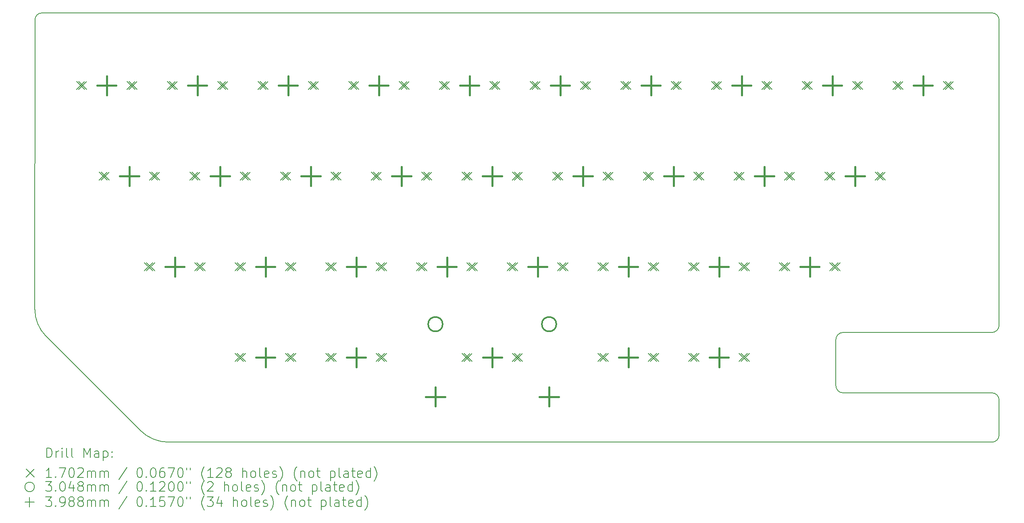
<source format=gbr>
%FSLAX45Y45*%
G04 Gerber Fmt 4.5, Leading zero omitted, Abs format (unit mm)*
G04 Created by KiCad (PCBNEW (6.0.0-rc1-306-g01eebd0b9d)) date 2022-03-14 13:09:21*
%MOMM*%
%LPD*%
G01*
G04 APERTURE LIST*
%TA.AperFunction,Profile*%
%ADD10C,0.200000*%
%TD*%
%ADD11C,0.200000*%
%ADD12C,0.170180*%
%ADD13C,0.304800*%
%ADD14C,0.398780*%
G04 APERTURE END LIST*
D10*
X23140999Y-12444563D02*
X23140999Y-11707845D01*
X3125261Y-10368305D02*
X5102333Y-12345574D01*
X22990999Y-11557845D02*
X19863930Y-11557845D01*
X5102333Y-12345574D02*
G75*
G03*
X5703403Y-12594563I601071J601011D01*
G01*
X2890975Y-9802594D02*
G75*
G03*
X3125261Y-10368305I800000J-55D01*
G01*
X23140999Y-11707845D02*
G75*
G03*
X22990999Y-11557845I-150000J0D01*
G01*
X22990999Y-12594563D02*
X5703403Y-12594563D01*
X22990999Y-12594563D02*
G75*
G03*
X23140999Y-12444563I0J150000D01*
G01*
X3041390Y-3574442D02*
X22990999Y-3574442D01*
X22990999Y-10289337D02*
G75*
G03*
X23140999Y-10139337I0J150000D01*
G01*
X19713930Y-11407845D02*
X19713930Y-10439337D01*
X19863930Y-10289337D02*
X22990999Y-10289337D01*
X19713930Y-11407845D02*
G75*
G03*
X19863930Y-11557845I150000J0D01*
G01*
X19863930Y-10289337D02*
G75*
G03*
X19713930Y-10439337I0J-150000D01*
G01*
X2890975Y-9802594D02*
X2891390Y-3724432D01*
X3041390Y-3574442D02*
G75*
G03*
X2891390Y-3724432I0J-150000D01*
G01*
X23140999Y-3724442D02*
G75*
G03*
X22990999Y-3574442I-150000J0D01*
G01*
X23140999Y-10139337D02*
X23140999Y-3724442D01*
D11*
D12*
X3765410Y-5013910D02*
X3935590Y-5184090D01*
X3935590Y-5013910D02*
X3765410Y-5184090D01*
X3807410Y-5013910D02*
X3977590Y-5184090D01*
X3977590Y-5013910D02*
X3807410Y-5184090D01*
X4241660Y-6918910D02*
X4411840Y-7089090D01*
X4411840Y-6918910D02*
X4241660Y-7089090D01*
X4283660Y-6918910D02*
X4453840Y-7089090D01*
X4453840Y-6918910D02*
X4283660Y-7089090D01*
X4823410Y-5013910D02*
X4993590Y-5184090D01*
X4993590Y-5013910D02*
X4823410Y-5184090D01*
X4865410Y-5013910D02*
X5035590Y-5184090D01*
X5035590Y-5013910D02*
X4865410Y-5184090D01*
X5194160Y-8823910D02*
X5364340Y-8994090D01*
X5364340Y-8823910D02*
X5194160Y-8994090D01*
X5236160Y-8823910D02*
X5406340Y-8994090D01*
X5406340Y-8823910D02*
X5236160Y-8994090D01*
X5299660Y-6918910D02*
X5469840Y-7089090D01*
X5469840Y-6918910D02*
X5299660Y-7089090D01*
X5341660Y-6918910D02*
X5511840Y-7089090D01*
X5511840Y-6918910D02*
X5341660Y-7089090D01*
X5670410Y-5013910D02*
X5840590Y-5184090D01*
X5840590Y-5013910D02*
X5670410Y-5184090D01*
X5712410Y-5013910D02*
X5882590Y-5184090D01*
X5882590Y-5013910D02*
X5712410Y-5184090D01*
X6146660Y-6918910D02*
X6316840Y-7089090D01*
X6316840Y-6918910D02*
X6146660Y-7089090D01*
X6188660Y-6918910D02*
X6358840Y-7089090D01*
X6358840Y-6918910D02*
X6188660Y-7089090D01*
X6252160Y-8823910D02*
X6422340Y-8994090D01*
X6422340Y-8823910D02*
X6252160Y-8994090D01*
X6294160Y-8823910D02*
X6464340Y-8994090D01*
X6464340Y-8823910D02*
X6294160Y-8994090D01*
X6728410Y-5013910D02*
X6898590Y-5184090D01*
X6898590Y-5013910D02*
X6728410Y-5184090D01*
X6770410Y-5013910D02*
X6940590Y-5184090D01*
X6940590Y-5013910D02*
X6770410Y-5184090D01*
X7099160Y-8823910D02*
X7269340Y-8994090D01*
X7269340Y-8823910D02*
X7099160Y-8994090D01*
X7099160Y-10728910D02*
X7269340Y-10899090D01*
X7269340Y-10728910D02*
X7099160Y-10899090D01*
X7141160Y-8823910D02*
X7311340Y-8994090D01*
X7311340Y-8823910D02*
X7141160Y-8994090D01*
X7141160Y-10728910D02*
X7311340Y-10899090D01*
X7311340Y-10728910D02*
X7141160Y-10899090D01*
X7204660Y-6918910D02*
X7374840Y-7089090D01*
X7374840Y-6918910D02*
X7204660Y-7089090D01*
X7246660Y-6918910D02*
X7416840Y-7089090D01*
X7416840Y-6918910D02*
X7246660Y-7089090D01*
X7575410Y-5013910D02*
X7745590Y-5184090D01*
X7745590Y-5013910D02*
X7575410Y-5184090D01*
X7617410Y-5013910D02*
X7787590Y-5184090D01*
X7787590Y-5013910D02*
X7617410Y-5184090D01*
X8051660Y-6918910D02*
X8221840Y-7089090D01*
X8221840Y-6918910D02*
X8051660Y-7089090D01*
X8093660Y-6918910D02*
X8263840Y-7089090D01*
X8263840Y-6918910D02*
X8093660Y-7089090D01*
X8157160Y-8823910D02*
X8327340Y-8994090D01*
X8327340Y-8823910D02*
X8157160Y-8994090D01*
X8157160Y-10728910D02*
X8327340Y-10899090D01*
X8327340Y-10728910D02*
X8157160Y-10899090D01*
X8199160Y-8823910D02*
X8369340Y-8994090D01*
X8369340Y-8823910D02*
X8199160Y-8994090D01*
X8199160Y-10728910D02*
X8369340Y-10899090D01*
X8369340Y-10728910D02*
X8199160Y-10899090D01*
X8633410Y-5013910D02*
X8803590Y-5184090D01*
X8803590Y-5013910D02*
X8633410Y-5184090D01*
X8675410Y-5013910D02*
X8845590Y-5184090D01*
X8845590Y-5013910D02*
X8675410Y-5184090D01*
X9004160Y-8823910D02*
X9174340Y-8994090D01*
X9174340Y-8823910D02*
X9004160Y-8994090D01*
X9004160Y-10728910D02*
X9174340Y-10899090D01*
X9174340Y-10728910D02*
X9004160Y-10899090D01*
X9046160Y-8823910D02*
X9216340Y-8994090D01*
X9216340Y-8823910D02*
X9046160Y-8994090D01*
X9046160Y-10728910D02*
X9216340Y-10899090D01*
X9216340Y-10728910D02*
X9046160Y-10899090D01*
X9109660Y-6918910D02*
X9279840Y-7089090D01*
X9279840Y-6918910D02*
X9109660Y-7089090D01*
X9151660Y-6918910D02*
X9321840Y-7089090D01*
X9321840Y-6918910D02*
X9151660Y-7089090D01*
X9480410Y-5013910D02*
X9650590Y-5184090D01*
X9650590Y-5013910D02*
X9480410Y-5184090D01*
X9522410Y-5013910D02*
X9692590Y-5184090D01*
X9692590Y-5013910D02*
X9522410Y-5184090D01*
X9956660Y-6918910D02*
X10126840Y-7089090D01*
X10126840Y-6918910D02*
X9956660Y-7089090D01*
X9998660Y-6918910D02*
X10168840Y-7089090D01*
X10168840Y-6918910D02*
X9998660Y-7089090D01*
X10062160Y-8823910D02*
X10232340Y-8994090D01*
X10232340Y-8823910D02*
X10062160Y-8994090D01*
X10062160Y-10728910D02*
X10232340Y-10899090D01*
X10232340Y-10728910D02*
X10062160Y-10899090D01*
X10104160Y-8823910D02*
X10274340Y-8994090D01*
X10274340Y-8823910D02*
X10104160Y-8994090D01*
X10104160Y-10728910D02*
X10274340Y-10899090D01*
X10274340Y-10728910D02*
X10104160Y-10899090D01*
X10538410Y-5013910D02*
X10708590Y-5184090D01*
X10708590Y-5013910D02*
X10538410Y-5184090D01*
X10580410Y-5013910D02*
X10750590Y-5184090D01*
X10750590Y-5013910D02*
X10580410Y-5184090D01*
X10909160Y-8823910D02*
X11079340Y-8994090D01*
X11079340Y-8823910D02*
X10909160Y-8994090D01*
X10951160Y-8823910D02*
X11121340Y-8994090D01*
X11121340Y-8823910D02*
X10951160Y-8994090D01*
X11014660Y-6918910D02*
X11184840Y-7089090D01*
X11184840Y-6918910D02*
X11014660Y-7089090D01*
X11056660Y-6918910D02*
X11226840Y-7089090D01*
X11226840Y-6918910D02*
X11056660Y-7089090D01*
X11385410Y-5013910D02*
X11555590Y-5184090D01*
X11555590Y-5013910D02*
X11385410Y-5184090D01*
X11427410Y-5013910D02*
X11597590Y-5184090D01*
X11597590Y-5013910D02*
X11427410Y-5184090D01*
X11861660Y-6918910D02*
X12031840Y-7089090D01*
X12031840Y-6918910D02*
X11861660Y-7089090D01*
X11862540Y-10728910D02*
X12032720Y-10899090D01*
X12032720Y-10728910D02*
X11862540Y-10899090D01*
X11903660Y-6918910D02*
X12073840Y-7089090D01*
X12073840Y-6918910D02*
X11903660Y-7089090D01*
X11904540Y-10728910D02*
X12074720Y-10899090D01*
X12074720Y-10728910D02*
X11904540Y-10899090D01*
X11967160Y-8823910D02*
X12137340Y-8994090D01*
X12137340Y-8823910D02*
X11967160Y-8994090D01*
X12009160Y-8823910D02*
X12179340Y-8994090D01*
X12179340Y-8823910D02*
X12009160Y-8994090D01*
X12443410Y-5013910D02*
X12613590Y-5184090D01*
X12613590Y-5013910D02*
X12443410Y-5184090D01*
X12485410Y-5013910D02*
X12655590Y-5184090D01*
X12655590Y-5013910D02*
X12485410Y-5184090D01*
X12814160Y-8823910D02*
X12984340Y-8994090D01*
X12984340Y-8823910D02*
X12814160Y-8994090D01*
X12856160Y-8823910D02*
X13026340Y-8994090D01*
X13026340Y-8823910D02*
X12856160Y-8994090D01*
X12919660Y-6918910D02*
X13089840Y-7089090D01*
X13089840Y-6918910D02*
X12919660Y-7089090D01*
X12920540Y-10728910D02*
X13090720Y-10899090D01*
X13090720Y-10728910D02*
X12920540Y-10899090D01*
X12961660Y-6918910D02*
X13131840Y-7089090D01*
X13131840Y-6918910D02*
X12961660Y-7089090D01*
X12962540Y-10728910D02*
X13132720Y-10899090D01*
X13132720Y-10728910D02*
X12962540Y-10899090D01*
X13290410Y-5013910D02*
X13460590Y-5184090D01*
X13460590Y-5013910D02*
X13290410Y-5184090D01*
X13332410Y-5013910D02*
X13502590Y-5184090D01*
X13502590Y-5013910D02*
X13332410Y-5184090D01*
X13766660Y-6918910D02*
X13936840Y-7089090D01*
X13936840Y-6918910D02*
X13766660Y-7089090D01*
X13808660Y-6918910D02*
X13978840Y-7089090D01*
X13978840Y-6918910D02*
X13808660Y-7089090D01*
X13872160Y-8823910D02*
X14042340Y-8994090D01*
X14042340Y-8823910D02*
X13872160Y-8994090D01*
X13914160Y-8823910D02*
X14084340Y-8994090D01*
X14084340Y-8823910D02*
X13914160Y-8994090D01*
X14348410Y-5013910D02*
X14518590Y-5184090D01*
X14518590Y-5013910D02*
X14348410Y-5184090D01*
X14390410Y-5013910D02*
X14560590Y-5184090D01*
X14560590Y-5013910D02*
X14390410Y-5184090D01*
X14719160Y-8823910D02*
X14889340Y-8994090D01*
X14889340Y-8823910D02*
X14719160Y-8994090D01*
X14719160Y-10728910D02*
X14889340Y-10899090D01*
X14889340Y-10728910D02*
X14719160Y-10899090D01*
X14761160Y-8823910D02*
X14931340Y-8994090D01*
X14931340Y-8823910D02*
X14761160Y-8994090D01*
X14761160Y-10728910D02*
X14931340Y-10899090D01*
X14931340Y-10728910D02*
X14761160Y-10899090D01*
X14824660Y-6918910D02*
X14994840Y-7089090D01*
X14994840Y-6918910D02*
X14824660Y-7089090D01*
X14866660Y-6918910D02*
X15036840Y-7089090D01*
X15036840Y-6918910D02*
X14866660Y-7089090D01*
X15195410Y-5013910D02*
X15365590Y-5184090D01*
X15365590Y-5013910D02*
X15195410Y-5184090D01*
X15237410Y-5013910D02*
X15407590Y-5184090D01*
X15407590Y-5013910D02*
X15237410Y-5184090D01*
X15671660Y-6918910D02*
X15841840Y-7089090D01*
X15841840Y-6918910D02*
X15671660Y-7089090D01*
X15713660Y-6918910D02*
X15883840Y-7089090D01*
X15883840Y-6918910D02*
X15713660Y-7089090D01*
X15777160Y-8823910D02*
X15947340Y-8994090D01*
X15947340Y-8823910D02*
X15777160Y-8994090D01*
X15777160Y-10728910D02*
X15947340Y-10899090D01*
X15947340Y-10728910D02*
X15777160Y-10899090D01*
X15819160Y-8823910D02*
X15989340Y-8994090D01*
X15989340Y-8823910D02*
X15819160Y-8994090D01*
X15819160Y-10728910D02*
X15989340Y-10899090D01*
X15989340Y-10728910D02*
X15819160Y-10899090D01*
X16253410Y-5013910D02*
X16423590Y-5184090D01*
X16423590Y-5013910D02*
X16253410Y-5184090D01*
X16295410Y-5013910D02*
X16465590Y-5184090D01*
X16465590Y-5013910D02*
X16295410Y-5184090D01*
X16624160Y-8823910D02*
X16794340Y-8994090D01*
X16794340Y-8823910D02*
X16624160Y-8994090D01*
X16624160Y-10728910D02*
X16794340Y-10899090D01*
X16794340Y-10728910D02*
X16624160Y-10899090D01*
X16666160Y-8823910D02*
X16836340Y-8994090D01*
X16836340Y-8823910D02*
X16666160Y-8994090D01*
X16666160Y-10728910D02*
X16836340Y-10899090D01*
X16836340Y-10728910D02*
X16666160Y-10899090D01*
X16729660Y-6918910D02*
X16899840Y-7089090D01*
X16899840Y-6918910D02*
X16729660Y-7089090D01*
X16771660Y-6918910D02*
X16941840Y-7089090D01*
X16941840Y-6918910D02*
X16771660Y-7089090D01*
X17100410Y-5013910D02*
X17270590Y-5184090D01*
X17270590Y-5013910D02*
X17100410Y-5184090D01*
X17142410Y-5013910D02*
X17312590Y-5184090D01*
X17312590Y-5013910D02*
X17142410Y-5184090D01*
X17576660Y-6918910D02*
X17746840Y-7089090D01*
X17746840Y-6918910D02*
X17576660Y-7089090D01*
X17618660Y-6918910D02*
X17788840Y-7089090D01*
X17788840Y-6918910D02*
X17618660Y-7089090D01*
X17682160Y-8823910D02*
X17852340Y-8994090D01*
X17852340Y-8823910D02*
X17682160Y-8994090D01*
X17682160Y-10728910D02*
X17852340Y-10899090D01*
X17852340Y-10728910D02*
X17682160Y-10899090D01*
X17724160Y-8823910D02*
X17894340Y-8994090D01*
X17894340Y-8823910D02*
X17724160Y-8994090D01*
X17724160Y-10728910D02*
X17894340Y-10899090D01*
X17894340Y-10728910D02*
X17724160Y-10899090D01*
X18158410Y-5013910D02*
X18328590Y-5184090D01*
X18328590Y-5013910D02*
X18158410Y-5184090D01*
X18200410Y-5013910D02*
X18370590Y-5184090D01*
X18370590Y-5013910D02*
X18200410Y-5184090D01*
X18529160Y-8823910D02*
X18699340Y-8994090D01*
X18699340Y-8823910D02*
X18529160Y-8994090D01*
X18571160Y-8823910D02*
X18741340Y-8994090D01*
X18741340Y-8823910D02*
X18571160Y-8994090D01*
X18634660Y-6918910D02*
X18804840Y-7089090D01*
X18804840Y-6918910D02*
X18634660Y-7089090D01*
X18676660Y-6918910D02*
X18846840Y-7089090D01*
X18846840Y-6918910D02*
X18676660Y-7089090D01*
X19005410Y-5013910D02*
X19175590Y-5184090D01*
X19175590Y-5013910D02*
X19005410Y-5184090D01*
X19047410Y-5013910D02*
X19217590Y-5184090D01*
X19217590Y-5013910D02*
X19047410Y-5184090D01*
X19481660Y-6918910D02*
X19651840Y-7089090D01*
X19651840Y-6918910D02*
X19481660Y-7089090D01*
X19523660Y-6918910D02*
X19693840Y-7089090D01*
X19693840Y-6918910D02*
X19523660Y-7089090D01*
X19587160Y-8823910D02*
X19757340Y-8994090D01*
X19757340Y-8823910D02*
X19587160Y-8994090D01*
X19629160Y-8823910D02*
X19799340Y-8994090D01*
X19799340Y-8823910D02*
X19629160Y-8994090D01*
X20063410Y-5013910D02*
X20233590Y-5184090D01*
X20233590Y-5013910D02*
X20063410Y-5184090D01*
X20105410Y-5013910D02*
X20275590Y-5184090D01*
X20275590Y-5013910D02*
X20105410Y-5184090D01*
X20539660Y-6918910D02*
X20709840Y-7089090D01*
X20709840Y-6918910D02*
X20539660Y-7089090D01*
X20581660Y-6918910D02*
X20751840Y-7089090D01*
X20751840Y-6918910D02*
X20581660Y-7089090D01*
X20910410Y-5013910D02*
X21080590Y-5184090D01*
X21080590Y-5013910D02*
X20910410Y-5184090D01*
X20952410Y-5013910D02*
X21122590Y-5184090D01*
X21122590Y-5013910D02*
X20952410Y-5184090D01*
X21968410Y-5013910D02*
X22138590Y-5184090D01*
X22138590Y-5013910D02*
X21968410Y-5184090D01*
X22010410Y-5013910D02*
X22180590Y-5184090D01*
X22180590Y-5013910D02*
X22010410Y-5184090D01*
D13*
X11455350Y-10115500D02*
G75*
G03*
X11455350Y-10115500I-152400J0D01*
G01*
X13842950Y-10115500D02*
G75*
G03*
X13842950Y-10115500I-152400J0D01*
G01*
D14*
X4400500Y-4899610D02*
X4400500Y-5298390D01*
X4201110Y-5099000D02*
X4599890Y-5099000D01*
X4876750Y-6804610D02*
X4876750Y-7203390D01*
X4677360Y-7004000D02*
X5076140Y-7004000D01*
X5829250Y-8709610D02*
X5829250Y-9108390D01*
X5629860Y-8909000D02*
X6028640Y-8909000D01*
X6305500Y-4899610D02*
X6305500Y-5298390D01*
X6106110Y-5099000D02*
X6504890Y-5099000D01*
X6781750Y-6804610D02*
X6781750Y-7203390D01*
X6582360Y-7004000D02*
X6981140Y-7004000D01*
X7734250Y-8709610D02*
X7734250Y-9108390D01*
X7534860Y-8909000D02*
X7933640Y-8909000D01*
X7734250Y-10614610D02*
X7734250Y-11013390D01*
X7534860Y-10814000D02*
X7933640Y-10814000D01*
X8210500Y-4899610D02*
X8210500Y-5298390D01*
X8011110Y-5099000D02*
X8409890Y-5099000D01*
X8686750Y-6804610D02*
X8686750Y-7203390D01*
X8487360Y-7004000D02*
X8886140Y-7004000D01*
X9639250Y-8709610D02*
X9639250Y-9108390D01*
X9439860Y-8909000D02*
X9838640Y-8909000D01*
X9639250Y-10614610D02*
X9639250Y-11013390D01*
X9439860Y-10814000D02*
X9838640Y-10814000D01*
X10115500Y-4899610D02*
X10115500Y-5298390D01*
X9916110Y-5099000D02*
X10314890Y-5099000D01*
X10591750Y-6804610D02*
X10591750Y-7203390D01*
X10392360Y-7004000D02*
X10791140Y-7004000D01*
X11302950Y-11440110D02*
X11302950Y-11838890D01*
X11103560Y-11639500D02*
X11502340Y-11639500D01*
X11544250Y-8709610D02*
X11544250Y-9108390D01*
X11344860Y-8909000D02*
X11743640Y-8909000D01*
X12020500Y-4899610D02*
X12020500Y-5298390D01*
X11821110Y-5099000D02*
X12219890Y-5099000D01*
X12496750Y-6804610D02*
X12496750Y-7203390D01*
X12297360Y-7004000D02*
X12696140Y-7004000D01*
X12497630Y-10614610D02*
X12497630Y-11013390D01*
X12298240Y-10814000D02*
X12697020Y-10814000D01*
X13449250Y-8709610D02*
X13449250Y-9108390D01*
X13249860Y-8909000D02*
X13648640Y-8909000D01*
X13690550Y-11440110D02*
X13690550Y-11838890D01*
X13491160Y-11639500D02*
X13889940Y-11639500D01*
X13925500Y-4899610D02*
X13925500Y-5298390D01*
X13726110Y-5099000D02*
X14124890Y-5099000D01*
X14401750Y-6804610D02*
X14401750Y-7203390D01*
X14202360Y-7004000D02*
X14601140Y-7004000D01*
X15354250Y-8709610D02*
X15354250Y-9108390D01*
X15154860Y-8909000D02*
X15553640Y-8909000D01*
X15354250Y-10614610D02*
X15354250Y-11013390D01*
X15154860Y-10814000D02*
X15553640Y-10814000D01*
X15830500Y-4899610D02*
X15830500Y-5298390D01*
X15631110Y-5099000D02*
X16029890Y-5099000D01*
X16306750Y-6804610D02*
X16306750Y-7203390D01*
X16107360Y-7004000D02*
X16506140Y-7004000D01*
X17259250Y-8709610D02*
X17259250Y-9108390D01*
X17059860Y-8909000D02*
X17458640Y-8909000D01*
X17259250Y-10614610D02*
X17259250Y-11013390D01*
X17059860Y-10814000D02*
X17458640Y-10814000D01*
X17735500Y-4899610D02*
X17735500Y-5298390D01*
X17536110Y-5099000D02*
X17934890Y-5099000D01*
X18211750Y-6804610D02*
X18211750Y-7203390D01*
X18012360Y-7004000D02*
X18411140Y-7004000D01*
X19164250Y-8709610D02*
X19164250Y-9108390D01*
X18964860Y-8909000D02*
X19363640Y-8909000D01*
X19640500Y-4899610D02*
X19640500Y-5298390D01*
X19441110Y-5099000D02*
X19839890Y-5099000D01*
X20116750Y-6804610D02*
X20116750Y-7203390D01*
X19917360Y-7004000D02*
X20316140Y-7004000D01*
X21545500Y-4899610D02*
X21545500Y-5298390D01*
X21346110Y-5099000D02*
X21744890Y-5099000D01*
D11*
X3138594Y-12915039D02*
X3138594Y-12715039D01*
X3186213Y-12715039D01*
X3214784Y-12724563D01*
X3233832Y-12743610D01*
X3243356Y-12762658D01*
X3252880Y-12800753D01*
X3252880Y-12829325D01*
X3243356Y-12867420D01*
X3233832Y-12886467D01*
X3214784Y-12905515D01*
X3186213Y-12915039D01*
X3138594Y-12915039D01*
X3338594Y-12915039D02*
X3338594Y-12781706D01*
X3338594Y-12819801D02*
X3348118Y-12800753D01*
X3357641Y-12791229D01*
X3376689Y-12781706D01*
X3395737Y-12781706D01*
X3462403Y-12915039D02*
X3462403Y-12781706D01*
X3462403Y-12715039D02*
X3452880Y-12724563D01*
X3462403Y-12734087D01*
X3471927Y-12724563D01*
X3462403Y-12715039D01*
X3462403Y-12734087D01*
X3586213Y-12915039D02*
X3567165Y-12905515D01*
X3557641Y-12886467D01*
X3557641Y-12715039D01*
X3690975Y-12915039D02*
X3671927Y-12905515D01*
X3662403Y-12886467D01*
X3662403Y-12715039D01*
X3919546Y-12915039D02*
X3919546Y-12715039D01*
X3986213Y-12857896D01*
X4052880Y-12715039D01*
X4052880Y-12915039D01*
X4233832Y-12915039D02*
X4233832Y-12810277D01*
X4224308Y-12791229D01*
X4205261Y-12781706D01*
X4167165Y-12781706D01*
X4148118Y-12791229D01*
X4233832Y-12905515D02*
X4214784Y-12915039D01*
X4167165Y-12915039D01*
X4148118Y-12905515D01*
X4138594Y-12886467D01*
X4138594Y-12867420D01*
X4148118Y-12848372D01*
X4167165Y-12838848D01*
X4214784Y-12838848D01*
X4233832Y-12829325D01*
X4329070Y-12781706D02*
X4329070Y-12981706D01*
X4329070Y-12791229D02*
X4348118Y-12781706D01*
X4386213Y-12781706D01*
X4405261Y-12791229D01*
X4414784Y-12800753D01*
X4424308Y-12819801D01*
X4424308Y-12876944D01*
X4414784Y-12895991D01*
X4405261Y-12905515D01*
X4386213Y-12915039D01*
X4348118Y-12915039D01*
X4329070Y-12905515D01*
X4510023Y-12895991D02*
X4519546Y-12905515D01*
X4510023Y-12915039D01*
X4500499Y-12905515D01*
X4510023Y-12895991D01*
X4510023Y-12915039D01*
X4510023Y-12791229D02*
X4519546Y-12800753D01*
X4510023Y-12810277D01*
X4500499Y-12800753D01*
X4510023Y-12791229D01*
X4510023Y-12810277D01*
D12*
X2710795Y-13159473D02*
X2880975Y-13329653D01*
X2880975Y-13159473D02*
X2710795Y-13329653D01*
D11*
X3243356Y-13335039D02*
X3129070Y-13335039D01*
X3186213Y-13335039D02*
X3186213Y-13135039D01*
X3167165Y-13163610D01*
X3148118Y-13182658D01*
X3129070Y-13192182D01*
X3329070Y-13315991D02*
X3338594Y-13325515D01*
X3329070Y-13335039D01*
X3319546Y-13325515D01*
X3329070Y-13315991D01*
X3329070Y-13335039D01*
X3405261Y-13135039D02*
X3538594Y-13135039D01*
X3452880Y-13335039D01*
X3652880Y-13135039D02*
X3671927Y-13135039D01*
X3690975Y-13144563D01*
X3700499Y-13154087D01*
X3710022Y-13173134D01*
X3719546Y-13211229D01*
X3719546Y-13258848D01*
X3710022Y-13296944D01*
X3700499Y-13315991D01*
X3690975Y-13325515D01*
X3671927Y-13335039D01*
X3652880Y-13335039D01*
X3633832Y-13325515D01*
X3624308Y-13315991D01*
X3614784Y-13296944D01*
X3605261Y-13258848D01*
X3605261Y-13211229D01*
X3614784Y-13173134D01*
X3624308Y-13154087D01*
X3633832Y-13144563D01*
X3652880Y-13135039D01*
X3795737Y-13154087D02*
X3805261Y-13144563D01*
X3824308Y-13135039D01*
X3871927Y-13135039D01*
X3890975Y-13144563D01*
X3900499Y-13154087D01*
X3910022Y-13173134D01*
X3910022Y-13192182D01*
X3900499Y-13220753D01*
X3786213Y-13335039D01*
X3910022Y-13335039D01*
X3995737Y-13335039D02*
X3995737Y-13201706D01*
X3995737Y-13220753D02*
X4005261Y-13211229D01*
X4024308Y-13201706D01*
X4052880Y-13201706D01*
X4071927Y-13211229D01*
X4081451Y-13230277D01*
X4081451Y-13335039D01*
X4081451Y-13230277D02*
X4090975Y-13211229D01*
X4110022Y-13201706D01*
X4138594Y-13201706D01*
X4157641Y-13211229D01*
X4167165Y-13230277D01*
X4167165Y-13335039D01*
X4262403Y-13335039D02*
X4262403Y-13201706D01*
X4262403Y-13220753D02*
X4271927Y-13211229D01*
X4290975Y-13201706D01*
X4319546Y-13201706D01*
X4338594Y-13211229D01*
X4348118Y-13230277D01*
X4348118Y-13335039D01*
X4348118Y-13230277D02*
X4357642Y-13211229D01*
X4376689Y-13201706D01*
X4405261Y-13201706D01*
X4424308Y-13211229D01*
X4433832Y-13230277D01*
X4433832Y-13335039D01*
X4824308Y-13125515D02*
X4652880Y-13382658D01*
X5081451Y-13135039D02*
X5100499Y-13135039D01*
X5119546Y-13144563D01*
X5129070Y-13154087D01*
X5138594Y-13173134D01*
X5148118Y-13211229D01*
X5148118Y-13258848D01*
X5138594Y-13296944D01*
X5129070Y-13315991D01*
X5119546Y-13325515D01*
X5100499Y-13335039D01*
X5081451Y-13335039D01*
X5062403Y-13325515D01*
X5052880Y-13315991D01*
X5043356Y-13296944D01*
X5033832Y-13258848D01*
X5033832Y-13211229D01*
X5043356Y-13173134D01*
X5052880Y-13154087D01*
X5062403Y-13144563D01*
X5081451Y-13135039D01*
X5233832Y-13315991D02*
X5243356Y-13325515D01*
X5233832Y-13335039D01*
X5224308Y-13325515D01*
X5233832Y-13315991D01*
X5233832Y-13335039D01*
X5367165Y-13135039D02*
X5386213Y-13135039D01*
X5405261Y-13144563D01*
X5414784Y-13154087D01*
X5424308Y-13173134D01*
X5433832Y-13211229D01*
X5433832Y-13258848D01*
X5424308Y-13296944D01*
X5414784Y-13315991D01*
X5405261Y-13325515D01*
X5386213Y-13335039D01*
X5367165Y-13335039D01*
X5348118Y-13325515D01*
X5338594Y-13315991D01*
X5329070Y-13296944D01*
X5319546Y-13258848D01*
X5319546Y-13211229D01*
X5329070Y-13173134D01*
X5338594Y-13154087D01*
X5348118Y-13144563D01*
X5367165Y-13135039D01*
X5605261Y-13135039D02*
X5567165Y-13135039D01*
X5548118Y-13144563D01*
X5538594Y-13154087D01*
X5519546Y-13182658D01*
X5510023Y-13220753D01*
X5510023Y-13296944D01*
X5519546Y-13315991D01*
X5529070Y-13325515D01*
X5548118Y-13335039D01*
X5586213Y-13335039D01*
X5605261Y-13325515D01*
X5614784Y-13315991D01*
X5624308Y-13296944D01*
X5624308Y-13249325D01*
X5614784Y-13230277D01*
X5605261Y-13220753D01*
X5586213Y-13211229D01*
X5548118Y-13211229D01*
X5529070Y-13220753D01*
X5519546Y-13230277D01*
X5510023Y-13249325D01*
X5690975Y-13135039D02*
X5824308Y-13135039D01*
X5738594Y-13335039D01*
X5938594Y-13135039D02*
X5957641Y-13135039D01*
X5976689Y-13144563D01*
X5986213Y-13154087D01*
X5995737Y-13173134D01*
X6005261Y-13211229D01*
X6005261Y-13258848D01*
X5995737Y-13296944D01*
X5986213Y-13315991D01*
X5976689Y-13325515D01*
X5957641Y-13335039D01*
X5938594Y-13335039D01*
X5919546Y-13325515D01*
X5910022Y-13315991D01*
X5900499Y-13296944D01*
X5890975Y-13258848D01*
X5890975Y-13211229D01*
X5900499Y-13173134D01*
X5910022Y-13154087D01*
X5919546Y-13144563D01*
X5938594Y-13135039D01*
X6081451Y-13135039D02*
X6081451Y-13173134D01*
X6157641Y-13135039D02*
X6157641Y-13173134D01*
X6452880Y-13411229D02*
X6443356Y-13401706D01*
X6424308Y-13373134D01*
X6414784Y-13354087D01*
X6405261Y-13325515D01*
X6395737Y-13277896D01*
X6395737Y-13239801D01*
X6405261Y-13192182D01*
X6414784Y-13163610D01*
X6424308Y-13144563D01*
X6443356Y-13115991D01*
X6452880Y-13106467D01*
X6633832Y-13335039D02*
X6519546Y-13335039D01*
X6576689Y-13335039D02*
X6576689Y-13135039D01*
X6557641Y-13163610D01*
X6538594Y-13182658D01*
X6519546Y-13192182D01*
X6710022Y-13154087D02*
X6719546Y-13144563D01*
X6738594Y-13135039D01*
X6786213Y-13135039D01*
X6805261Y-13144563D01*
X6814784Y-13154087D01*
X6824308Y-13173134D01*
X6824308Y-13192182D01*
X6814784Y-13220753D01*
X6700499Y-13335039D01*
X6824308Y-13335039D01*
X6938594Y-13220753D02*
X6919546Y-13211229D01*
X6910022Y-13201706D01*
X6900499Y-13182658D01*
X6900499Y-13173134D01*
X6910022Y-13154087D01*
X6919546Y-13144563D01*
X6938594Y-13135039D01*
X6976689Y-13135039D01*
X6995737Y-13144563D01*
X7005261Y-13154087D01*
X7014784Y-13173134D01*
X7014784Y-13182658D01*
X7005261Y-13201706D01*
X6995737Y-13211229D01*
X6976689Y-13220753D01*
X6938594Y-13220753D01*
X6919546Y-13230277D01*
X6910022Y-13239801D01*
X6900499Y-13258848D01*
X6900499Y-13296944D01*
X6910022Y-13315991D01*
X6919546Y-13325515D01*
X6938594Y-13335039D01*
X6976689Y-13335039D01*
X6995737Y-13325515D01*
X7005261Y-13315991D01*
X7014784Y-13296944D01*
X7014784Y-13258848D01*
X7005261Y-13239801D01*
X6995737Y-13230277D01*
X6976689Y-13220753D01*
X7252880Y-13335039D02*
X7252880Y-13135039D01*
X7338594Y-13335039D02*
X7338594Y-13230277D01*
X7329070Y-13211229D01*
X7310022Y-13201706D01*
X7281451Y-13201706D01*
X7262403Y-13211229D01*
X7252880Y-13220753D01*
X7462403Y-13335039D02*
X7443356Y-13325515D01*
X7433832Y-13315991D01*
X7424308Y-13296944D01*
X7424308Y-13239801D01*
X7433832Y-13220753D01*
X7443356Y-13211229D01*
X7462403Y-13201706D01*
X7490975Y-13201706D01*
X7510022Y-13211229D01*
X7519546Y-13220753D01*
X7529070Y-13239801D01*
X7529070Y-13296944D01*
X7519546Y-13315991D01*
X7510022Y-13325515D01*
X7490975Y-13335039D01*
X7462403Y-13335039D01*
X7643356Y-13335039D02*
X7624308Y-13325515D01*
X7614784Y-13306467D01*
X7614784Y-13135039D01*
X7795737Y-13325515D02*
X7776689Y-13335039D01*
X7738594Y-13335039D01*
X7719546Y-13325515D01*
X7710022Y-13306467D01*
X7710022Y-13230277D01*
X7719546Y-13211229D01*
X7738594Y-13201706D01*
X7776689Y-13201706D01*
X7795737Y-13211229D01*
X7805261Y-13230277D01*
X7805261Y-13249325D01*
X7710022Y-13268372D01*
X7881451Y-13325515D02*
X7900499Y-13335039D01*
X7938594Y-13335039D01*
X7957641Y-13325515D01*
X7967165Y-13306467D01*
X7967165Y-13296944D01*
X7957641Y-13277896D01*
X7938594Y-13268372D01*
X7910022Y-13268372D01*
X7890975Y-13258848D01*
X7881451Y-13239801D01*
X7881451Y-13230277D01*
X7890975Y-13211229D01*
X7910022Y-13201706D01*
X7938594Y-13201706D01*
X7957641Y-13211229D01*
X8033832Y-13411229D02*
X8043356Y-13401706D01*
X8062403Y-13373134D01*
X8071927Y-13354087D01*
X8081451Y-13325515D01*
X8090975Y-13277896D01*
X8090975Y-13239801D01*
X8081451Y-13192182D01*
X8071927Y-13163610D01*
X8062403Y-13144563D01*
X8043356Y-13115991D01*
X8033832Y-13106467D01*
X8395737Y-13411229D02*
X8386213Y-13401706D01*
X8367165Y-13373134D01*
X8357641Y-13354087D01*
X8348118Y-13325515D01*
X8338594Y-13277896D01*
X8338594Y-13239801D01*
X8348118Y-13192182D01*
X8357641Y-13163610D01*
X8367165Y-13144563D01*
X8386213Y-13115991D01*
X8395737Y-13106467D01*
X8471927Y-13201706D02*
X8471927Y-13335039D01*
X8471927Y-13220753D02*
X8481451Y-13211229D01*
X8500499Y-13201706D01*
X8529070Y-13201706D01*
X8548118Y-13211229D01*
X8557642Y-13230277D01*
X8557642Y-13335039D01*
X8681451Y-13335039D02*
X8662403Y-13325515D01*
X8652880Y-13315991D01*
X8643356Y-13296944D01*
X8643356Y-13239801D01*
X8652880Y-13220753D01*
X8662403Y-13211229D01*
X8681451Y-13201706D01*
X8710023Y-13201706D01*
X8729070Y-13211229D01*
X8738594Y-13220753D01*
X8748118Y-13239801D01*
X8748118Y-13296944D01*
X8738594Y-13315991D01*
X8729070Y-13325515D01*
X8710023Y-13335039D01*
X8681451Y-13335039D01*
X8805261Y-13201706D02*
X8881451Y-13201706D01*
X8833832Y-13135039D02*
X8833832Y-13306467D01*
X8843356Y-13325515D01*
X8862403Y-13335039D01*
X8881451Y-13335039D01*
X9100499Y-13201706D02*
X9100499Y-13401706D01*
X9100499Y-13211229D02*
X9119546Y-13201706D01*
X9157642Y-13201706D01*
X9176689Y-13211229D01*
X9186213Y-13220753D01*
X9195737Y-13239801D01*
X9195737Y-13296944D01*
X9186213Y-13315991D01*
X9176689Y-13325515D01*
X9157642Y-13335039D01*
X9119546Y-13335039D01*
X9100499Y-13325515D01*
X9310023Y-13335039D02*
X9290975Y-13325515D01*
X9281451Y-13306467D01*
X9281451Y-13135039D01*
X9471927Y-13335039D02*
X9471927Y-13230277D01*
X9462403Y-13211229D01*
X9443356Y-13201706D01*
X9405261Y-13201706D01*
X9386213Y-13211229D01*
X9471927Y-13325515D02*
X9452880Y-13335039D01*
X9405261Y-13335039D01*
X9386213Y-13325515D01*
X9376689Y-13306467D01*
X9376689Y-13287420D01*
X9386213Y-13268372D01*
X9405261Y-13258848D01*
X9452880Y-13258848D01*
X9471927Y-13249325D01*
X9538594Y-13201706D02*
X9614784Y-13201706D01*
X9567165Y-13135039D02*
X9567165Y-13306467D01*
X9576689Y-13325515D01*
X9595737Y-13335039D01*
X9614784Y-13335039D01*
X9757642Y-13325515D02*
X9738594Y-13335039D01*
X9700499Y-13335039D01*
X9681451Y-13325515D01*
X9671927Y-13306467D01*
X9671927Y-13230277D01*
X9681451Y-13211229D01*
X9700499Y-13201706D01*
X9738594Y-13201706D01*
X9757642Y-13211229D01*
X9767165Y-13230277D01*
X9767165Y-13249325D01*
X9671927Y-13268372D01*
X9938594Y-13335039D02*
X9938594Y-13135039D01*
X9938594Y-13325515D02*
X9919546Y-13335039D01*
X9881451Y-13335039D01*
X9862403Y-13325515D01*
X9852880Y-13315991D01*
X9843356Y-13296944D01*
X9843356Y-13239801D01*
X9852880Y-13220753D01*
X9862403Y-13211229D01*
X9881451Y-13201706D01*
X9919546Y-13201706D01*
X9938594Y-13211229D01*
X10014784Y-13411229D02*
X10024308Y-13401706D01*
X10043356Y-13373134D01*
X10052880Y-13354087D01*
X10062403Y-13325515D01*
X10071927Y-13277896D01*
X10071927Y-13239801D01*
X10062403Y-13192182D01*
X10052880Y-13163610D01*
X10043356Y-13144563D01*
X10024308Y-13115991D01*
X10014784Y-13106467D01*
X2880975Y-13534743D02*
G75*
G03*
X2880975Y-13534743I-100000J0D01*
G01*
X3119546Y-13425219D02*
X3243356Y-13425219D01*
X3176689Y-13501409D01*
X3205261Y-13501409D01*
X3224308Y-13510933D01*
X3233832Y-13520457D01*
X3243356Y-13539505D01*
X3243356Y-13587124D01*
X3233832Y-13606171D01*
X3224308Y-13615695D01*
X3205261Y-13625219D01*
X3148118Y-13625219D01*
X3129070Y-13615695D01*
X3119546Y-13606171D01*
X3329070Y-13606171D02*
X3338594Y-13615695D01*
X3329070Y-13625219D01*
X3319546Y-13615695D01*
X3329070Y-13606171D01*
X3329070Y-13625219D01*
X3462403Y-13425219D02*
X3481451Y-13425219D01*
X3500499Y-13434743D01*
X3510022Y-13444267D01*
X3519546Y-13463314D01*
X3529070Y-13501409D01*
X3529070Y-13549028D01*
X3519546Y-13587124D01*
X3510022Y-13606171D01*
X3500499Y-13615695D01*
X3481451Y-13625219D01*
X3462403Y-13625219D01*
X3443356Y-13615695D01*
X3433832Y-13606171D01*
X3424308Y-13587124D01*
X3414784Y-13549028D01*
X3414784Y-13501409D01*
X3424308Y-13463314D01*
X3433832Y-13444267D01*
X3443356Y-13434743D01*
X3462403Y-13425219D01*
X3700499Y-13491886D02*
X3700499Y-13625219D01*
X3652880Y-13415695D02*
X3605261Y-13558552D01*
X3729070Y-13558552D01*
X3833832Y-13510933D02*
X3814784Y-13501409D01*
X3805261Y-13491886D01*
X3795737Y-13472838D01*
X3795737Y-13463314D01*
X3805261Y-13444267D01*
X3814784Y-13434743D01*
X3833832Y-13425219D01*
X3871927Y-13425219D01*
X3890975Y-13434743D01*
X3900499Y-13444267D01*
X3910022Y-13463314D01*
X3910022Y-13472838D01*
X3900499Y-13491886D01*
X3890975Y-13501409D01*
X3871927Y-13510933D01*
X3833832Y-13510933D01*
X3814784Y-13520457D01*
X3805261Y-13529981D01*
X3795737Y-13549028D01*
X3795737Y-13587124D01*
X3805261Y-13606171D01*
X3814784Y-13615695D01*
X3833832Y-13625219D01*
X3871927Y-13625219D01*
X3890975Y-13615695D01*
X3900499Y-13606171D01*
X3910022Y-13587124D01*
X3910022Y-13549028D01*
X3900499Y-13529981D01*
X3890975Y-13520457D01*
X3871927Y-13510933D01*
X3995737Y-13625219D02*
X3995737Y-13491886D01*
X3995737Y-13510933D02*
X4005261Y-13501409D01*
X4024308Y-13491886D01*
X4052880Y-13491886D01*
X4071927Y-13501409D01*
X4081451Y-13520457D01*
X4081451Y-13625219D01*
X4081451Y-13520457D02*
X4090975Y-13501409D01*
X4110022Y-13491886D01*
X4138594Y-13491886D01*
X4157641Y-13501409D01*
X4167165Y-13520457D01*
X4167165Y-13625219D01*
X4262403Y-13625219D02*
X4262403Y-13491886D01*
X4262403Y-13510933D02*
X4271927Y-13501409D01*
X4290975Y-13491886D01*
X4319546Y-13491886D01*
X4338594Y-13501409D01*
X4348118Y-13520457D01*
X4348118Y-13625219D01*
X4348118Y-13520457D02*
X4357642Y-13501409D01*
X4376689Y-13491886D01*
X4405261Y-13491886D01*
X4424308Y-13501409D01*
X4433832Y-13520457D01*
X4433832Y-13625219D01*
X4824308Y-13415695D02*
X4652880Y-13672838D01*
X5081451Y-13425219D02*
X5100499Y-13425219D01*
X5119546Y-13434743D01*
X5129070Y-13444267D01*
X5138594Y-13463314D01*
X5148118Y-13501409D01*
X5148118Y-13549028D01*
X5138594Y-13587124D01*
X5129070Y-13606171D01*
X5119546Y-13615695D01*
X5100499Y-13625219D01*
X5081451Y-13625219D01*
X5062403Y-13615695D01*
X5052880Y-13606171D01*
X5043356Y-13587124D01*
X5033832Y-13549028D01*
X5033832Y-13501409D01*
X5043356Y-13463314D01*
X5052880Y-13444267D01*
X5062403Y-13434743D01*
X5081451Y-13425219D01*
X5233832Y-13606171D02*
X5243356Y-13615695D01*
X5233832Y-13625219D01*
X5224308Y-13615695D01*
X5233832Y-13606171D01*
X5233832Y-13625219D01*
X5433832Y-13625219D02*
X5319546Y-13625219D01*
X5376689Y-13625219D02*
X5376689Y-13425219D01*
X5357642Y-13453790D01*
X5338594Y-13472838D01*
X5319546Y-13482362D01*
X5510023Y-13444267D02*
X5519546Y-13434743D01*
X5538594Y-13425219D01*
X5586213Y-13425219D01*
X5605261Y-13434743D01*
X5614784Y-13444267D01*
X5624308Y-13463314D01*
X5624308Y-13482362D01*
X5614784Y-13510933D01*
X5500499Y-13625219D01*
X5624308Y-13625219D01*
X5748118Y-13425219D02*
X5767165Y-13425219D01*
X5786213Y-13434743D01*
X5795737Y-13444267D01*
X5805261Y-13463314D01*
X5814784Y-13501409D01*
X5814784Y-13549028D01*
X5805261Y-13587124D01*
X5795737Y-13606171D01*
X5786213Y-13615695D01*
X5767165Y-13625219D01*
X5748118Y-13625219D01*
X5729070Y-13615695D01*
X5719546Y-13606171D01*
X5710022Y-13587124D01*
X5700499Y-13549028D01*
X5700499Y-13501409D01*
X5710022Y-13463314D01*
X5719546Y-13444267D01*
X5729070Y-13434743D01*
X5748118Y-13425219D01*
X5938594Y-13425219D02*
X5957641Y-13425219D01*
X5976689Y-13434743D01*
X5986213Y-13444267D01*
X5995737Y-13463314D01*
X6005261Y-13501409D01*
X6005261Y-13549028D01*
X5995737Y-13587124D01*
X5986213Y-13606171D01*
X5976689Y-13615695D01*
X5957641Y-13625219D01*
X5938594Y-13625219D01*
X5919546Y-13615695D01*
X5910022Y-13606171D01*
X5900499Y-13587124D01*
X5890975Y-13549028D01*
X5890975Y-13501409D01*
X5900499Y-13463314D01*
X5910022Y-13444267D01*
X5919546Y-13434743D01*
X5938594Y-13425219D01*
X6081451Y-13425219D02*
X6081451Y-13463314D01*
X6157641Y-13425219D02*
X6157641Y-13463314D01*
X6452880Y-13701409D02*
X6443356Y-13691886D01*
X6424308Y-13663314D01*
X6414784Y-13644267D01*
X6405261Y-13615695D01*
X6395737Y-13568076D01*
X6395737Y-13529981D01*
X6405261Y-13482362D01*
X6414784Y-13453790D01*
X6424308Y-13434743D01*
X6443356Y-13406171D01*
X6452880Y-13396647D01*
X6519546Y-13444267D02*
X6529070Y-13434743D01*
X6548118Y-13425219D01*
X6595737Y-13425219D01*
X6614784Y-13434743D01*
X6624308Y-13444267D01*
X6633832Y-13463314D01*
X6633832Y-13482362D01*
X6624308Y-13510933D01*
X6510022Y-13625219D01*
X6633832Y-13625219D01*
X6871927Y-13625219D02*
X6871927Y-13425219D01*
X6957641Y-13625219D02*
X6957641Y-13520457D01*
X6948118Y-13501409D01*
X6929070Y-13491886D01*
X6900499Y-13491886D01*
X6881451Y-13501409D01*
X6871927Y-13510933D01*
X7081451Y-13625219D02*
X7062403Y-13615695D01*
X7052880Y-13606171D01*
X7043356Y-13587124D01*
X7043356Y-13529981D01*
X7052880Y-13510933D01*
X7062403Y-13501409D01*
X7081451Y-13491886D01*
X7110022Y-13491886D01*
X7129070Y-13501409D01*
X7138594Y-13510933D01*
X7148118Y-13529981D01*
X7148118Y-13587124D01*
X7138594Y-13606171D01*
X7129070Y-13615695D01*
X7110022Y-13625219D01*
X7081451Y-13625219D01*
X7262403Y-13625219D02*
X7243356Y-13615695D01*
X7233832Y-13596647D01*
X7233832Y-13425219D01*
X7414784Y-13615695D02*
X7395737Y-13625219D01*
X7357641Y-13625219D01*
X7338594Y-13615695D01*
X7329070Y-13596647D01*
X7329070Y-13520457D01*
X7338594Y-13501409D01*
X7357641Y-13491886D01*
X7395737Y-13491886D01*
X7414784Y-13501409D01*
X7424308Y-13520457D01*
X7424308Y-13539505D01*
X7329070Y-13558552D01*
X7500499Y-13615695D02*
X7519546Y-13625219D01*
X7557641Y-13625219D01*
X7576689Y-13615695D01*
X7586213Y-13596647D01*
X7586213Y-13587124D01*
X7576689Y-13568076D01*
X7557641Y-13558552D01*
X7529070Y-13558552D01*
X7510022Y-13549028D01*
X7500499Y-13529981D01*
X7500499Y-13520457D01*
X7510022Y-13501409D01*
X7529070Y-13491886D01*
X7557641Y-13491886D01*
X7576689Y-13501409D01*
X7652880Y-13701409D02*
X7662403Y-13691886D01*
X7681451Y-13663314D01*
X7690975Y-13644267D01*
X7700499Y-13615695D01*
X7710022Y-13568076D01*
X7710022Y-13529981D01*
X7700499Y-13482362D01*
X7690975Y-13453790D01*
X7681451Y-13434743D01*
X7662403Y-13406171D01*
X7652880Y-13396647D01*
X8014784Y-13701409D02*
X8005261Y-13691886D01*
X7986213Y-13663314D01*
X7976689Y-13644267D01*
X7967165Y-13615695D01*
X7957641Y-13568076D01*
X7957641Y-13529981D01*
X7967165Y-13482362D01*
X7976689Y-13453790D01*
X7986213Y-13434743D01*
X8005261Y-13406171D01*
X8014784Y-13396647D01*
X8090975Y-13491886D02*
X8090975Y-13625219D01*
X8090975Y-13510933D02*
X8100499Y-13501409D01*
X8119546Y-13491886D01*
X8148118Y-13491886D01*
X8167165Y-13501409D01*
X8176689Y-13520457D01*
X8176689Y-13625219D01*
X8300499Y-13625219D02*
X8281451Y-13615695D01*
X8271927Y-13606171D01*
X8262403Y-13587124D01*
X8262403Y-13529981D01*
X8271927Y-13510933D01*
X8281451Y-13501409D01*
X8300499Y-13491886D01*
X8329070Y-13491886D01*
X8348118Y-13501409D01*
X8357641Y-13510933D01*
X8367165Y-13529981D01*
X8367165Y-13587124D01*
X8357641Y-13606171D01*
X8348118Y-13615695D01*
X8329070Y-13625219D01*
X8300499Y-13625219D01*
X8424308Y-13491886D02*
X8500499Y-13491886D01*
X8452880Y-13425219D02*
X8452880Y-13596647D01*
X8462403Y-13615695D01*
X8481451Y-13625219D01*
X8500499Y-13625219D01*
X8719546Y-13491886D02*
X8719546Y-13691886D01*
X8719546Y-13501409D02*
X8738594Y-13491886D01*
X8776689Y-13491886D01*
X8795737Y-13501409D01*
X8805261Y-13510933D01*
X8814784Y-13529981D01*
X8814784Y-13587124D01*
X8805261Y-13606171D01*
X8795737Y-13615695D01*
X8776689Y-13625219D01*
X8738594Y-13625219D01*
X8719546Y-13615695D01*
X8929070Y-13625219D02*
X8910023Y-13615695D01*
X8900499Y-13596647D01*
X8900499Y-13425219D01*
X9090975Y-13625219D02*
X9090975Y-13520457D01*
X9081451Y-13501409D01*
X9062403Y-13491886D01*
X9024308Y-13491886D01*
X9005261Y-13501409D01*
X9090975Y-13615695D02*
X9071927Y-13625219D01*
X9024308Y-13625219D01*
X9005261Y-13615695D01*
X8995737Y-13596647D01*
X8995737Y-13577600D01*
X9005261Y-13558552D01*
X9024308Y-13549028D01*
X9071927Y-13549028D01*
X9090975Y-13539505D01*
X9157642Y-13491886D02*
X9233832Y-13491886D01*
X9186213Y-13425219D02*
X9186213Y-13596647D01*
X9195737Y-13615695D01*
X9214784Y-13625219D01*
X9233832Y-13625219D01*
X9376689Y-13615695D02*
X9357642Y-13625219D01*
X9319546Y-13625219D01*
X9300499Y-13615695D01*
X9290975Y-13596647D01*
X9290975Y-13520457D01*
X9300499Y-13501409D01*
X9319546Y-13491886D01*
X9357642Y-13491886D01*
X9376689Y-13501409D01*
X9386213Y-13520457D01*
X9386213Y-13539505D01*
X9290975Y-13558552D01*
X9557642Y-13625219D02*
X9557642Y-13425219D01*
X9557642Y-13615695D02*
X9538594Y-13625219D01*
X9500499Y-13625219D01*
X9481451Y-13615695D01*
X9471927Y-13606171D01*
X9462403Y-13587124D01*
X9462403Y-13529981D01*
X9471927Y-13510933D01*
X9481451Y-13501409D01*
X9500499Y-13491886D01*
X9538594Y-13491886D01*
X9557642Y-13501409D01*
X9633832Y-13701409D02*
X9643356Y-13691886D01*
X9662403Y-13663314D01*
X9671927Y-13644267D01*
X9681451Y-13615695D01*
X9690975Y-13568076D01*
X9690975Y-13529981D01*
X9681451Y-13482362D01*
X9671927Y-13453790D01*
X9662403Y-13434743D01*
X9643356Y-13406171D01*
X9633832Y-13396647D01*
X2780975Y-13754743D02*
X2780975Y-13954743D01*
X2680975Y-13854743D02*
X2880975Y-13854743D01*
X3119546Y-13745219D02*
X3243356Y-13745219D01*
X3176689Y-13821409D01*
X3205261Y-13821409D01*
X3224308Y-13830933D01*
X3233832Y-13840457D01*
X3243356Y-13859505D01*
X3243356Y-13907124D01*
X3233832Y-13926171D01*
X3224308Y-13935695D01*
X3205261Y-13945219D01*
X3148118Y-13945219D01*
X3129070Y-13935695D01*
X3119546Y-13926171D01*
X3329070Y-13926171D02*
X3338594Y-13935695D01*
X3329070Y-13945219D01*
X3319546Y-13935695D01*
X3329070Y-13926171D01*
X3329070Y-13945219D01*
X3433832Y-13945219D02*
X3471927Y-13945219D01*
X3490975Y-13935695D01*
X3500499Y-13926171D01*
X3519546Y-13897600D01*
X3529070Y-13859505D01*
X3529070Y-13783314D01*
X3519546Y-13764267D01*
X3510022Y-13754743D01*
X3490975Y-13745219D01*
X3452880Y-13745219D01*
X3433832Y-13754743D01*
X3424308Y-13764267D01*
X3414784Y-13783314D01*
X3414784Y-13830933D01*
X3424308Y-13849981D01*
X3433832Y-13859505D01*
X3452880Y-13869028D01*
X3490975Y-13869028D01*
X3510022Y-13859505D01*
X3519546Y-13849981D01*
X3529070Y-13830933D01*
X3643356Y-13830933D02*
X3624308Y-13821409D01*
X3614784Y-13811886D01*
X3605261Y-13792838D01*
X3605261Y-13783314D01*
X3614784Y-13764267D01*
X3624308Y-13754743D01*
X3643356Y-13745219D01*
X3681451Y-13745219D01*
X3700499Y-13754743D01*
X3710022Y-13764267D01*
X3719546Y-13783314D01*
X3719546Y-13792838D01*
X3710022Y-13811886D01*
X3700499Y-13821409D01*
X3681451Y-13830933D01*
X3643356Y-13830933D01*
X3624308Y-13840457D01*
X3614784Y-13849981D01*
X3605261Y-13869028D01*
X3605261Y-13907124D01*
X3614784Y-13926171D01*
X3624308Y-13935695D01*
X3643356Y-13945219D01*
X3681451Y-13945219D01*
X3700499Y-13935695D01*
X3710022Y-13926171D01*
X3719546Y-13907124D01*
X3719546Y-13869028D01*
X3710022Y-13849981D01*
X3700499Y-13840457D01*
X3681451Y-13830933D01*
X3833832Y-13830933D02*
X3814784Y-13821409D01*
X3805261Y-13811886D01*
X3795737Y-13792838D01*
X3795737Y-13783314D01*
X3805261Y-13764267D01*
X3814784Y-13754743D01*
X3833832Y-13745219D01*
X3871927Y-13745219D01*
X3890975Y-13754743D01*
X3900499Y-13764267D01*
X3910022Y-13783314D01*
X3910022Y-13792838D01*
X3900499Y-13811886D01*
X3890975Y-13821409D01*
X3871927Y-13830933D01*
X3833832Y-13830933D01*
X3814784Y-13840457D01*
X3805261Y-13849981D01*
X3795737Y-13869028D01*
X3795737Y-13907124D01*
X3805261Y-13926171D01*
X3814784Y-13935695D01*
X3833832Y-13945219D01*
X3871927Y-13945219D01*
X3890975Y-13935695D01*
X3900499Y-13926171D01*
X3910022Y-13907124D01*
X3910022Y-13869028D01*
X3900499Y-13849981D01*
X3890975Y-13840457D01*
X3871927Y-13830933D01*
X3995737Y-13945219D02*
X3995737Y-13811886D01*
X3995737Y-13830933D02*
X4005261Y-13821409D01*
X4024308Y-13811886D01*
X4052880Y-13811886D01*
X4071927Y-13821409D01*
X4081451Y-13840457D01*
X4081451Y-13945219D01*
X4081451Y-13840457D02*
X4090975Y-13821409D01*
X4110022Y-13811886D01*
X4138594Y-13811886D01*
X4157641Y-13821409D01*
X4167165Y-13840457D01*
X4167165Y-13945219D01*
X4262403Y-13945219D02*
X4262403Y-13811886D01*
X4262403Y-13830933D02*
X4271927Y-13821409D01*
X4290975Y-13811886D01*
X4319546Y-13811886D01*
X4338594Y-13821409D01*
X4348118Y-13840457D01*
X4348118Y-13945219D01*
X4348118Y-13840457D02*
X4357642Y-13821409D01*
X4376689Y-13811886D01*
X4405261Y-13811886D01*
X4424308Y-13821409D01*
X4433832Y-13840457D01*
X4433832Y-13945219D01*
X4824308Y-13735695D02*
X4652880Y-13992838D01*
X5081451Y-13745219D02*
X5100499Y-13745219D01*
X5119546Y-13754743D01*
X5129070Y-13764267D01*
X5138594Y-13783314D01*
X5148118Y-13821409D01*
X5148118Y-13869028D01*
X5138594Y-13907124D01*
X5129070Y-13926171D01*
X5119546Y-13935695D01*
X5100499Y-13945219D01*
X5081451Y-13945219D01*
X5062403Y-13935695D01*
X5052880Y-13926171D01*
X5043356Y-13907124D01*
X5033832Y-13869028D01*
X5033832Y-13821409D01*
X5043356Y-13783314D01*
X5052880Y-13764267D01*
X5062403Y-13754743D01*
X5081451Y-13745219D01*
X5233832Y-13926171D02*
X5243356Y-13935695D01*
X5233832Y-13945219D01*
X5224308Y-13935695D01*
X5233832Y-13926171D01*
X5233832Y-13945219D01*
X5433832Y-13945219D02*
X5319546Y-13945219D01*
X5376689Y-13945219D02*
X5376689Y-13745219D01*
X5357642Y-13773790D01*
X5338594Y-13792838D01*
X5319546Y-13802362D01*
X5614784Y-13745219D02*
X5519546Y-13745219D01*
X5510023Y-13840457D01*
X5519546Y-13830933D01*
X5538594Y-13821409D01*
X5586213Y-13821409D01*
X5605261Y-13830933D01*
X5614784Y-13840457D01*
X5624308Y-13859505D01*
X5624308Y-13907124D01*
X5614784Y-13926171D01*
X5605261Y-13935695D01*
X5586213Y-13945219D01*
X5538594Y-13945219D01*
X5519546Y-13935695D01*
X5510023Y-13926171D01*
X5690975Y-13745219D02*
X5824308Y-13745219D01*
X5738594Y-13945219D01*
X5938594Y-13745219D02*
X5957641Y-13745219D01*
X5976689Y-13754743D01*
X5986213Y-13764267D01*
X5995737Y-13783314D01*
X6005261Y-13821409D01*
X6005261Y-13869028D01*
X5995737Y-13907124D01*
X5986213Y-13926171D01*
X5976689Y-13935695D01*
X5957641Y-13945219D01*
X5938594Y-13945219D01*
X5919546Y-13935695D01*
X5910022Y-13926171D01*
X5900499Y-13907124D01*
X5890975Y-13869028D01*
X5890975Y-13821409D01*
X5900499Y-13783314D01*
X5910022Y-13764267D01*
X5919546Y-13754743D01*
X5938594Y-13745219D01*
X6081451Y-13745219D02*
X6081451Y-13783314D01*
X6157641Y-13745219D02*
X6157641Y-13783314D01*
X6452880Y-14021409D02*
X6443356Y-14011886D01*
X6424308Y-13983314D01*
X6414784Y-13964267D01*
X6405261Y-13935695D01*
X6395737Y-13888076D01*
X6395737Y-13849981D01*
X6405261Y-13802362D01*
X6414784Y-13773790D01*
X6424308Y-13754743D01*
X6443356Y-13726171D01*
X6452880Y-13716647D01*
X6510022Y-13745219D02*
X6633832Y-13745219D01*
X6567165Y-13821409D01*
X6595737Y-13821409D01*
X6614784Y-13830933D01*
X6624308Y-13840457D01*
X6633832Y-13859505D01*
X6633832Y-13907124D01*
X6624308Y-13926171D01*
X6614784Y-13935695D01*
X6595737Y-13945219D01*
X6538594Y-13945219D01*
X6519546Y-13935695D01*
X6510022Y-13926171D01*
X6805261Y-13811886D02*
X6805261Y-13945219D01*
X6757641Y-13735695D02*
X6710022Y-13878552D01*
X6833832Y-13878552D01*
X7062403Y-13945219D02*
X7062403Y-13745219D01*
X7148118Y-13945219D02*
X7148118Y-13840457D01*
X7138594Y-13821409D01*
X7119546Y-13811886D01*
X7090975Y-13811886D01*
X7071927Y-13821409D01*
X7062403Y-13830933D01*
X7271927Y-13945219D02*
X7252880Y-13935695D01*
X7243356Y-13926171D01*
X7233832Y-13907124D01*
X7233832Y-13849981D01*
X7243356Y-13830933D01*
X7252880Y-13821409D01*
X7271927Y-13811886D01*
X7300499Y-13811886D01*
X7319546Y-13821409D01*
X7329070Y-13830933D01*
X7338594Y-13849981D01*
X7338594Y-13907124D01*
X7329070Y-13926171D01*
X7319546Y-13935695D01*
X7300499Y-13945219D01*
X7271927Y-13945219D01*
X7452880Y-13945219D02*
X7433832Y-13935695D01*
X7424308Y-13916647D01*
X7424308Y-13745219D01*
X7605261Y-13935695D02*
X7586213Y-13945219D01*
X7548118Y-13945219D01*
X7529070Y-13935695D01*
X7519546Y-13916647D01*
X7519546Y-13840457D01*
X7529070Y-13821409D01*
X7548118Y-13811886D01*
X7586213Y-13811886D01*
X7605261Y-13821409D01*
X7614784Y-13840457D01*
X7614784Y-13859505D01*
X7519546Y-13878552D01*
X7690975Y-13935695D02*
X7710022Y-13945219D01*
X7748118Y-13945219D01*
X7767165Y-13935695D01*
X7776689Y-13916647D01*
X7776689Y-13907124D01*
X7767165Y-13888076D01*
X7748118Y-13878552D01*
X7719546Y-13878552D01*
X7700499Y-13869028D01*
X7690975Y-13849981D01*
X7690975Y-13840457D01*
X7700499Y-13821409D01*
X7719546Y-13811886D01*
X7748118Y-13811886D01*
X7767165Y-13821409D01*
X7843356Y-14021409D02*
X7852880Y-14011886D01*
X7871927Y-13983314D01*
X7881451Y-13964267D01*
X7890975Y-13935695D01*
X7900499Y-13888076D01*
X7900499Y-13849981D01*
X7890975Y-13802362D01*
X7881451Y-13773790D01*
X7871927Y-13754743D01*
X7852880Y-13726171D01*
X7843356Y-13716647D01*
X8205261Y-14021409D02*
X8195737Y-14011886D01*
X8176689Y-13983314D01*
X8167165Y-13964267D01*
X8157641Y-13935695D01*
X8148118Y-13888076D01*
X8148118Y-13849981D01*
X8157641Y-13802362D01*
X8167165Y-13773790D01*
X8176689Y-13754743D01*
X8195737Y-13726171D01*
X8205261Y-13716647D01*
X8281451Y-13811886D02*
X8281451Y-13945219D01*
X8281451Y-13830933D02*
X8290975Y-13821409D01*
X8310022Y-13811886D01*
X8338594Y-13811886D01*
X8357641Y-13821409D01*
X8367165Y-13840457D01*
X8367165Y-13945219D01*
X8490975Y-13945219D02*
X8471927Y-13935695D01*
X8462403Y-13926171D01*
X8452880Y-13907124D01*
X8452880Y-13849981D01*
X8462403Y-13830933D01*
X8471927Y-13821409D01*
X8490975Y-13811886D01*
X8519546Y-13811886D01*
X8538594Y-13821409D01*
X8548118Y-13830933D01*
X8557642Y-13849981D01*
X8557642Y-13907124D01*
X8548118Y-13926171D01*
X8538594Y-13935695D01*
X8519546Y-13945219D01*
X8490975Y-13945219D01*
X8614784Y-13811886D02*
X8690975Y-13811886D01*
X8643356Y-13745219D02*
X8643356Y-13916647D01*
X8652880Y-13935695D01*
X8671927Y-13945219D01*
X8690975Y-13945219D01*
X8910023Y-13811886D02*
X8910023Y-14011886D01*
X8910023Y-13821409D02*
X8929070Y-13811886D01*
X8967165Y-13811886D01*
X8986213Y-13821409D01*
X8995737Y-13830933D01*
X9005261Y-13849981D01*
X9005261Y-13907124D01*
X8995737Y-13926171D01*
X8986213Y-13935695D01*
X8967165Y-13945219D01*
X8929070Y-13945219D01*
X8910023Y-13935695D01*
X9119546Y-13945219D02*
X9100499Y-13935695D01*
X9090975Y-13916647D01*
X9090975Y-13745219D01*
X9281451Y-13945219D02*
X9281451Y-13840457D01*
X9271927Y-13821409D01*
X9252880Y-13811886D01*
X9214784Y-13811886D01*
X9195737Y-13821409D01*
X9281451Y-13935695D02*
X9262403Y-13945219D01*
X9214784Y-13945219D01*
X9195737Y-13935695D01*
X9186213Y-13916647D01*
X9186213Y-13897600D01*
X9195737Y-13878552D01*
X9214784Y-13869028D01*
X9262403Y-13869028D01*
X9281451Y-13859505D01*
X9348118Y-13811886D02*
X9424308Y-13811886D01*
X9376689Y-13745219D02*
X9376689Y-13916647D01*
X9386213Y-13935695D01*
X9405261Y-13945219D01*
X9424308Y-13945219D01*
X9567165Y-13935695D02*
X9548118Y-13945219D01*
X9510023Y-13945219D01*
X9490975Y-13935695D01*
X9481451Y-13916647D01*
X9481451Y-13840457D01*
X9490975Y-13821409D01*
X9510023Y-13811886D01*
X9548118Y-13811886D01*
X9567165Y-13821409D01*
X9576689Y-13840457D01*
X9576689Y-13859505D01*
X9481451Y-13878552D01*
X9748118Y-13945219D02*
X9748118Y-13745219D01*
X9748118Y-13935695D02*
X9729070Y-13945219D01*
X9690975Y-13945219D01*
X9671927Y-13935695D01*
X9662403Y-13926171D01*
X9652880Y-13907124D01*
X9652880Y-13849981D01*
X9662403Y-13830933D01*
X9671927Y-13821409D01*
X9690975Y-13811886D01*
X9729070Y-13811886D01*
X9748118Y-13821409D01*
X9824308Y-14021409D02*
X9833832Y-14011886D01*
X9852880Y-13983314D01*
X9862403Y-13964267D01*
X9871927Y-13935695D01*
X9881451Y-13888076D01*
X9881451Y-13849981D01*
X9871927Y-13802362D01*
X9862403Y-13773790D01*
X9852880Y-13754743D01*
X9833832Y-13726171D01*
X9824308Y-13716647D01*
M02*

</source>
